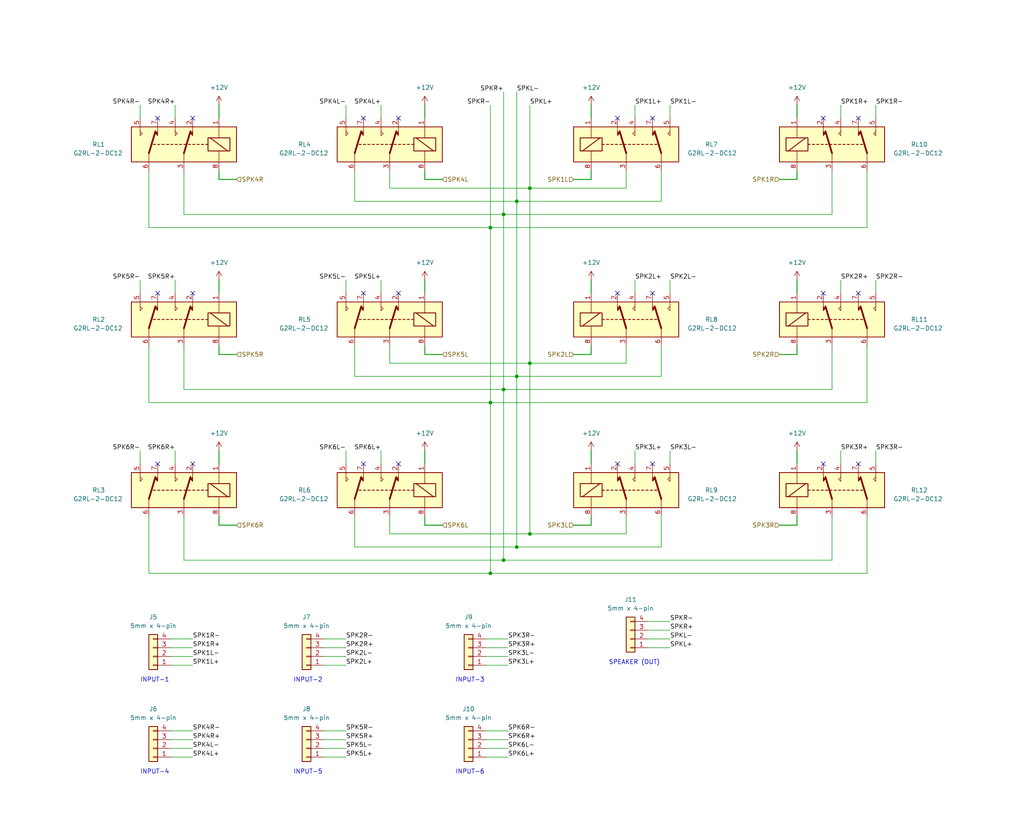
<source format=kicad_sch>
(kicad_sch (version 20211123) (generator eeschema)
  (paper "User" 297.002 240.005)
  (title_block (title "6-Channel Speaker Selector") (date "2022-11-04") (rev "2.0.0") (company "Dilshan R Jayakody") (comment 1 "jayakody2000lk.blogspot.com") (comment 2 "jayakody2000lk@gmail.com") (comment 3 "https://github.com/dilshan/6ch-speaker-selector"))
  (lib_symbols
    (symbol "Connector_Generic:Conn_01x04" (pin_names (offset 1.016) hide)
      (property "Reference" "J" (at 0 5.08 0))
      (property "Value" "Conn_01x04" (at 0 -7.62 0))
      (symbol "Conn_01x04_1_1"
        (rectangle (start -1.27 -4.953) (end 0 -5.207) (stroke (width 0.1524)))
        (rectangle (start -1.27 -2.413) (end 0 -2.667) (stroke (width 0.1524)))
        (rectangle (start -1.27 0.127) (end 0 -0.127) (stroke (width 0.1524)))
        (rectangle (start -1.27 2.667) (end 0 2.413) (stroke (width 0.1524)))
        (rectangle (start -1.27 3.81) (end 1.27 -6.35) (stroke (width 0.254)) (fill (type background)))
        (pin passive line (at -5.08 2.54 0) (length 3.81) (name "Pin_1") (number "1"))
        (pin passive line (at -5.08 0 0) (length 3.81) (name "Pin_2") (number "2"))
        (pin passive line (at -5.08 -2.54 0) (length 3.81) (name "Pin_3") (number "3"))
        (pin passive line (at -5.08 -5.08 0) (length 3.81) (name "Pin_4") (number "4"))
      )
    )
    (symbol "Relay:G2RL-2-DC12"
      (property "Reference" "RL" (at 16.51 3.81 0))
      (property "Value" "G2RL-2-DC12" (at 16.51 1.27 0))
      (symbol "G2RL-2-DC12_0_1"
        (rectangle (start -15.24 5.08) (end 15.24 -5.08) (stroke (width 0.254)) (fill (type background)))
        (rectangle (start -13.335 1.905) (end -6.985 -1.905) (stroke (width 0.254)))
        (polyline (pts (xy -12.7 -1.905) (xy -7.62 1.905)) (stroke (width 0.254)))
        (polyline (pts (xy -10.16 -5.08) (xy -10.16 -1.905)))
        (polyline (pts (xy -10.16 5.08) (xy -10.16 1.905)))
        (polyline (pts (xy -6.985 0) (xy -6.35 0)) (stroke (width 0.254)))
        (polyline (pts (xy -5.715 0) (xy -5.08 0)) (stroke (width 0.254)))
        (polyline (pts (xy -4.445 0) (xy -3.81 0)) (stroke (width 0.254)))
        (polyline (pts (xy -3.175 0) (xy -2.54 0)) (stroke (width 0.254)))
        (polyline (pts (xy -1.905 0) (xy -1.27 0)) (stroke (width 0.254)))
        (polyline (pts (xy -0.635 0) (xy 0 0)) (stroke (width 0.254)))
        (polyline (pts (xy 0 -2.54) (xy -1.905 3.81)) (stroke (width 0.508)))
        (polyline (pts (xy 0 -2.54) (xy 0 -5.08)))
        (polyline (pts (xy 0.635 0) (xy 1.27 0)) (stroke (width 0.254)))
        (polyline (pts (xy 1.905 0) (xy 2.54 0)) (stroke (width 0.254)))
        (polyline (pts (xy 3.175 0) (xy 3.81 0)) (stroke (width 0.254)))
        (polyline (pts (xy 4.445 0) (xy 5.08 0)) (stroke (width 0.254)))
        (polyline (pts (xy 5.715 0) (xy 6.35 0)) (stroke (width 0.254)))
        (polyline (pts (xy 6.985 0) (xy 7.62 0)) (stroke (width 0.254)))
        (polyline (pts (xy 8.255 0) (xy 8.89 0)) (stroke (width 0.254)))
        (polyline (pts (xy 10.16 -2.54) (xy 8.255 3.81)) (stroke (width 0.508)))
        (polyline (pts (xy 10.16 -2.54) (xy 10.16 -5.08)))
        (polyline (pts (xy -2.54 5.08) (xy -2.54 2.54) (xy -1.905 3.175) (xy -2.54 3.81)) (fill (type outline)))
        (polyline (pts (xy 2.54 5.08) (xy 2.54 2.54) (xy 1.905 3.175) (xy 2.54 3.81)))
        (polyline (pts (xy 7.62 5.08) (xy 7.62 2.54) (xy 8.255 3.175) (xy 7.62 3.81)) (fill (type outline)))
        (polyline (pts (xy 12.7 5.08) (xy 12.7 2.54) (xy 12.065 3.175) (xy 12.7 3.81)))
      )
      (symbol "G2RL-2-DC12_1_1"
        (pin passive line (at -10.16 7.62 270) (length 2.54) (name "~") (number "1"))
        (pin passive line (at -2.54 7.62 270) (length 2.54) (name "~") (number "2"))
        (pin passive line (at 0 -7.62 90) (length 2.54) (name "~") (number "3"))
        (pin passive line (at 2.54 7.62 270) (length 2.54) (name "~") (number "4"))
        (pin passive line (at 12.7 7.62 270) (length 2.54) (name "~") (number "5"))
        (pin passive line (at 10.16 -7.62 90) (length 2.54) (name "~") (number "6"))
        (pin passive line (at 7.62 7.62 270) (length 2.54) (name "~") (number "7"))
        (pin passive line (at -10.16 -7.62 90) (length 2.54) (name "~") (number "8"))
      )
    )
    (symbol "power:+12V" (power) (pin_names (offset 0))
      (property "Value" "+12V" (at 0 3.556 0))
      (symbol "+12V_0_1"
        (polyline (pts (xy -0.762 1.27) (xy 0 2.54)))
        (polyline (pts (xy 0 0) (xy 0 2.54)))
        (polyline (pts (xy 0 2.54) (xy 0.762 1.27)))
      )
      (symbol "+12V_1_1"
        (pin power_in line (at 0 0 90) (length 0) hide (name "+12V") (number "1"))
      )
    )
  )
  (junction (at 146.05 162.56))
  (junction (at 153.67 154.94))
  (junction (at 153.67 54.61))
  (junction (at 142.24 116.84))
  (junction (at 146.05 62.23))
  (junction (at 149.86 58.42))
  (junction (at 149.86 158.75))
  (junction (at 142.24 166.37))
  (junction (at 149.86 109.22))
  (junction (at 146.05 113.03))
  (junction (at 153.67 105.41))
  (junction (at 142.24 66.04))
  (no_connect (at 115.57 34.29))
  (no_connect (at 115.57 85.09))
  (no_connect (at 45.72 34.29))
  (no_connect (at 55.88 34.29))
  (no_connect (at 105.41 34.29))
  (no_connect (at 105.41 85.09))
  (no_connect (at 55.88 85.09))
  (no_connect (at 189.23 34.29))
  (no_connect (at 179.07 34.29))
  (no_connect (at 238.76 34.29))
  (no_connect (at 248.92 34.29))
  (no_connect (at 248.92 85.09))
  (no_connect (at 238.76 85.09))
  (no_connect (at 189.23 85.09))
  (no_connect (at 179.07 85.09))
  (no_connect (at 105.41 134.62))
  (no_connect (at 115.57 134.62))
  (no_connect (at 55.88 134.62))
  (no_connect (at 45.72 134.62))
  (no_connect (at 45.72 85.09))
  (no_connect (at 179.07 134.62))
  (no_connect (at 189.23 134.62))
  (no_connect (at 238.76 134.62))
  (no_connect (at 248.92 134.62))
  (wire (pts (xy 181.61 154.94) (xy 181.61 149.86)))
  (wire (pts (xy 113.03 105.41) (xy 113.03 100.33)))
  (wire (pts (xy 140.97 214.63) (xy 147.32 214.63)))
  (wire (pts (xy 231.14 152.4) (xy 231.14 149.86)) (stroke (width 0.25)))
  (wire (pts (xy 110.49 81.28) (xy 110.49 85.09)))
  (wire (pts (xy 226.06 152.4) (xy 231.14 152.4)) (stroke (width 0.25)))
  (wire (pts (xy 166.37 52.07) (xy 171.45 52.07)) (stroke (width 0.25)))
  (wire (pts (xy 102.87 158.75) (xy 149.86 158.75)))
  (wire (pts (xy 43.18 166.37) (xy 43.18 149.86)))
  (wire (pts (xy 50.8 130.81) (xy 50.8 134.62)))
  (wire (pts (xy 63.5 81.28) (xy 63.5 85.09)) (stroke (width 0.25)))
  (wire (pts (xy 113.03 154.94) (xy 153.67 154.94)))
  (wire (pts (xy 149.86 109.22) (xy 191.77 109.22)))
  (wire (pts (xy 187.96 187.96) (xy 194.31 187.96)))
  (wire (pts (xy 254 30.48) (xy 254 34.29)))
  (wire (pts (xy 153.67 105.41) (xy 181.61 105.41)))
  (wire (pts (xy 171.45 152.4) (xy 171.45 149.86)) (stroke (width 0.25)))
  (wire (pts (xy 49.53 190.5) (xy 55.88 190.5)))
  (wire (pts (xy 53.34 62.23) (xy 53.34 49.53)))
  (wire (pts (xy 40.64 30.48) (xy 40.64 34.29)))
  (wire (pts (xy 171.45 102.87) (xy 171.45 100.33)) (stroke (width 0.25)))
  (wire (pts (xy 43.18 66.04) (xy 43.18 49.53)))
  (wire (pts (xy 53.34 62.23) (xy 146.05 62.23)))
  (wire (pts (xy 128.27 152.4) (xy 123.19 152.4)) (stroke (width 0.25)))
  (wire (pts (xy 50.8 81.28) (xy 50.8 85.09)))
  (wire (pts (xy 153.67 30.48) (xy 153.67 54.61)))
  (wire (pts (xy 251.46 66.04) (xy 251.46 49.53)))
  (wire (pts (xy 68.58 102.87) (xy 63.5 102.87)) (stroke (width 0.25)))
  (wire (pts (xy 53.34 162.56) (xy 53.34 149.86)))
  (wire (pts (xy 128.27 102.87) (xy 123.19 102.87)) (stroke (width 0.25)))
  (wire (pts (xy 142.24 166.37) (xy 43.18 166.37)))
  (wire (pts (xy 142.24 66.04) (xy 251.46 66.04)))
  (wire (pts (xy 100.33 30.48) (xy 100.33 34.29)))
  (wire (pts (xy 49.53 219.71) (xy 55.88 219.71)))
  (wire (pts (xy 194.31 130.81) (xy 194.31 134.62)))
  (wire (pts (xy 93.98 219.71) (xy 100.33 219.71)))
  (wire (pts (xy 93.98 193.04) (xy 100.33 193.04)))
  (wire (pts (xy 149.86 109.22) (xy 149.86 158.75)))
  (wire (pts (xy 100.33 81.28) (xy 100.33 85.09)))
  (wire (pts (xy 102.87 58.42) (xy 102.87 49.53)))
  (wire (pts (xy 93.98 212.09) (xy 100.33 212.09)))
  (wire (pts (xy 153.67 54.61) (xy 181.61 54.61)))
  (wire (pts (xy 102.87 149.86) (xy 102.87 158.75)))
  (wire (pts (xy 93.98 217.17) (xy 100.33 217.17)))
  (wire (pts (xy 43.18 100.33) (xy 43.18 116.84)))
  (wire (pts (xy 153.67 54.61) (xy 153.67 105.41)))
  (wire (pts (xy 231.14 130.81) (xy 231.14 134.62)) (stroke (width 0.25)))
  (wire (pts (xy 146.05 26.67) (xy 146.05 62.23)))
  (wire (pts (xy 243.84 81.28) (xy 243.84 85.09)))
  (wire (pts (xy 142.24 30.48) (xy 142.24 66.04)))
  (wire (pts (xy 123.19 30.48) (xy 123.19 34.29)) (stroke (width 0.25)))
  (wire (pts (xy 241.3 162.56) (xy 241.3 149.86)))
  (wire (pts (xy 146.05 113.03) (xy 146.05 162.56)))
  (wire (pts (xy 254 81.28) (xy 254 85.09)))
  (wire (pts (xy 102.87 109.22) (xy 149.86 109.22)))
  (wire (pts (xy 194.31 30.48) (xy 194.31 34.29)))
  (wire (pts (xy 153.67 105.41) (xy 153.67 154.94)))
  (wire (pts (xy 146.05 113.03) (xy 241.3 113.03)))
  (wire (pts (xy 53.34 113.03) (xy 146.05 113.03)))
  (wire (pts (xy 231.14 30.48) (xy 231.14 34.29)) (stroke (width 0.25)))
  (wire (pts (xy 184.15 130.81) (xy 184.15 134.62)))
  (wire (pts (xy 49.53 193.04) (xy 55.88 193.04)))
  (wire (pts (xy 149.86 26.67) (xy 149.86 58.42)))
  (wire (pts (xy 113.03 154.94) (xy 113.03 149.86)))
  (wire (pts (xy 128.27 52.07) (xy 123.19 52.07)) (stroke (width 0.25)))
  (wire (pts (xy 123.19 102.87) (xy 123.19 100.33)) (stroke (width 0.25)))
  (wire (pts (xy 43.18 116.84) (xy 142.24 116.84)))
  (wire (pts (xy 231.14 81.28) (xy 231.14 85.09)) (stroke (width 0.25)))
  (wire (pts (xy 146.05 62.23) (xy 241.3 62.23)))
  (wire (pts (xy 68.58 152.4) (xy 63.5 152.4)) (stroke (width 0.25)))
  (wire (pts (xy 187.96 182.88) (xy 194.31 182.88)))
  (wire (pts (xy 153.67 154.94) (xy 181.61 154.94)))
  (wire (pts (xy 142.24 116.84) (xy 142.24 166.37)))
  (wire (pts (xy 50.8 30.48) (xy 50.8 34.29)))
  (wire (pts (xy 142.24 66.04) (xy 142.24 116.84)))
  (wire (pts (xy 100.33 130.81) (xy 100.33 134.62)))
  (wire (pts (xy 53.34 113.03) (xy 53.34 100.33)))
  (wire (pts (xy 110.49 130.81) (xy 110.49 134.62)))
  (wire (pts (xy 140.97 219.71) (xy 147.32 219.71)))
  (wire (pts (xy 191.77 58.42) (xy 191.77 49.53)))
  (wire (pts (xy 146.05 62.23) (xy 146.05 113.03)))
  (wire (pts (xy 153.67 54.61) (xy 113.03 54.61)))
  (wire (pts (xy 241.3 113.03) (xy 241.3 100.33)))
  (wire (pts (xy 191.77 100.33) (xy 191.77 109.22)))
  (wire (pts (xy 171.45 52.07) (xy 171.45 49.53)) (stroke (width 0.25)))
  (wire (pts (xy 146.05 162.56) (xy 241.3 162.56)))
  (wire (pts (xy 140.97 190.5) (xy 147.32 190.5)))
  (wire (pts (xy 49.53 212.09) (xy 55.88 212.09)))
  (wire (pts (xy 243.84 130.81) (xy 243.84 134.62)))
  (wire (pts (xy 63.5 30.48) (xy 63.5 34.29)) (stroke (width 0.25)))
  (wire (pts (xy 49.53 217.17) (xy 55.88 217.17)))
  (wire (pts (xy 113.03 105.41) (xy 153.67 105.41)))
  (wire (pts (xy 226.06 102.87) (xy 231.14 102.87)) (stroke (width 0.25)))
  (wire (pts (xy 102.87 100.33) (xy 102.87 109.22)))
  (wire (pts (xy 166.37 152.4) (xy 171.45 152.4)) (stroke (width 0.25)))
  (wire (pts (xy 231.14 102.87) (xy 231.14 100.33)) (stroke (width 0.25)))
  (wire (pts (xy 68.58 52.07) (xy 63.5 52.07)) (stroke (width 0.25)))
  (wire (pts (xy 226.06 52.07) (xy 231.14 52.07)) (stroke (width 0.25)))
  (wire (pts (xy 93.98 214.63) (xy 100.33 214.63)))
  (wire (pts (xy 181.61 54.61) (xy 181.61 49.53)))
  (wire (pts (xy 149.86 158.75) (xy 191.77 158.75)))
  (wire (pts (xy 140.97 185.42) (xy 147.32 185.42)))
  (wire (pts (xy 123.19 152.4) (xy 123.19 149.86)) (stroke (width 0.25)))
  (wire (pts (xy 146.05 162.56) (xy 53.34 162.56)))
  (wire (pts (xy 181.61 105.41) (xy 181.61 100.33)))
  (wire (pts (xy 171.45 81.28) (xy 171.45 85.09)) (stroke (width 0.25)))
  (wire (pts (xy 49.53 187.96) (xy 55.88 187.96)))
  (wire (pts (xy 140.97 187.96) (xy 147.32 187.96)))
  (wire (pts (xy 63.5 102.87) (xy 63.5 100.33)) (stroke (width 0.25)))
  (wire (pts (xy 123.19 81.28) (xy 123.19 85.09)) (stroke (width 0.25)))
  (wire (pts (xy 110.49 30.48) (xy 110.49 34.29)))
  (wire (pts (xy 102.87 58.42) (xy 149.86 58.42)))
  (wire (pts (xy 231.14 52.07) (xy 231.14 49.53)) (stroke (width 0.25)))
  (wire (pts (xy 140.97 193.04) (xy 147.32 193.04)))
  (wire (pts (xy 243.84 30.48) (xy 243.84 34.29)))
  (wire (pts (xy 251.46 166.37) (xy 251.46 149.86)))
  (wire (pts (xy 93.98 185.42) (xy 100.33 185.42)))
  (wire (pts (xy 113.03 49.53) (xy 113.03 54.61)))
  (wire (pts (xy 251.46 166.37) (xy 142.24 166.37)))
  (wire (pts (xy 40.64 81.28) (xy 40.64 85.09)))
  (wire (pts (xy 191.77 158.75) (xy 191.77 149.86)))
  (wire (pts (xy 184.15 81.28) (xy 184.15 85.09)))
  (wire (pts (xy 166.37 102.87) (xy 171.45 102.87)) (stroke (width 0.25)))
  (wire (pts (xy 149.86 58.42) (xy 191.77 58.42)))
  (wire (pts (xy 49.53 185.42) (xy 55.88 185.42)))
  (wire (pts (xy 123.19 130.81) (xy 123.19 134.62)) (stroke (width 0.25)))
  (wire (pts (xy 140.97 217.17) (xy 147.32 217.17)))
  (wire (pts (xy 142.24 116.84) (xy 251.46 116.84)))
  (wire (pts (xy 251.46 100.33) (xy 251.46 116.84)))
  (wire (pts (xy 63.5 152.4) (xy 63.5 149.86)) (stroke (width 0.25)))
  (wire (pts (xy 171.45 30.48) (xy 171.45 34.29)) (stroke (width 0.25)))
  (wire (pts (xy 171.45 130.81) (xy 171.45 134.62)) (stroke (width 0.25)))
  (wire (pts (xy 43.18 66.04) (xy 142.24 66.04)))
  (wire (pts (xy 93.98 190.5) (xy 100.33 190.5)))
  (wire (pts (xy 40.64 130.81) (xy 40.64 134.62)))
  (wire (pts (xy 184.15 30.48) (xy 184.15 34.29)))
  (wire (pts (xy 187.96 180.34) (xy 194.31 180.34)))
  (wire (pts (xy 123.19 52.07) (xy 123.19 49.53)) (stroke (width 0.25)))
  (wire (pts (xy 93.98 187.96) (xy 100.33 187.96)))
  (wire (pts (xy 187.96 185.42) (xy 194.31 185.42)))
  (wire (pts (xy 63.5 52.07) (xy 63.5 49.53)) (stroke (width 0.25)))
  (wire (pts (xy 194.31 81.28) (xy 194.31 85.09)))
  (wire (pts (xy 149.86 58.42) (xy 149.86 109.22)))
  (wire (pts (xy 241.3 62.23) (xy 241.3 49.53)))
  (wire (pts (xy 49.53 214.63) (xy 55.88 214.63)))
  (wire (pts (xy 254 130.81) (xy 254 134.62)))
  (wire (pts (xy 63.5 130.81) (xy 63.5 134.62)) (stroke (width 0.25)))
  (wire (pts (xy 140.97 212.09) (xy 147.32 212.09)))
  (text "INPUT-4" (at 40.64 224.79 0) (effects (font (size 1.27 1.27)) (justify left bottom)))
  (text "INPUT-6" (at 132.08 224.79 0) (effects (font (size 1.27 1.27)) (justify left bottom)))
  (text "INPUT-2" (at 85.09 198.12 0) (effects (font (size 1.27 1.27)) (justify left bottom)))
  (text "INPUT-3" (at 132.08 198.12 0) (effects (font (size 1.27 1.27)) (justify left bottom)))
  (text "INPUT-1" (at 40.64 198.12 0) (effects (font (size 1.27 1.27)) (justify left bottom)))
  (text "SPEAKER (OUT)" (at 176.53 193.04 0) (effects (font (size 1.27 1.27)) (justify left bottom)))
  (text "INPUT-5" (at 85.09 224.79 0) (effects (font (size 1.27 1.27)) (justify left bottom)))
  (label "SPK4L+" (at 110.49 30.48 180))
  (label "SPK6L+" (at 147.32 219.71 0))
  (label "SPK2R+" (at 243.84 81.28 0))
  (label "SPK5R-" (at 40.64 81.28 180))
  (label "SPK5R-" (at 100.33 212.09 0))
  (label "SPK2L-" (at 100.33 190.5 0))
  (label "SPK4R-" (at 40.64 30.48 180))
  (label "SPK4L-" (at 100.33 30.48 180))
  (label "SPK1L-" (at 55.88 190.5 0))
  (label "SPK5L-" (at 100.33 81.28 180))
  (label "SPK3R+" (at 147.32 187.96 0))
  (label "SPK1L+" (at 184.15 30.48 0))
  (label "SPK4R+" (at 50.8 30.48 180))
  (label "SPK3L+" (at 147.32 193.04 0))
  (label "SPK5L-" (at 100.33 217.17 0))
  (label "SPK1R-" (at 55.88 185.42 0))
  (label "SPK4R+" (at 55.88 214.63 0))
  (label "SPK6R-" (at 147.32 212.09 0))
  (label "SPK5R+" (at 50.8 81.28 180))
  (label "SPK2R-" (at 254 81.28 0))
  (label "SPK3L+" (at 184.15 130.81 0))
  (label "SPK3R-" (at 147.32 185.42 0))
  (label "SPK1R+" (at 55.88 187.96 0))
  (label "SPK2L+" (at 184.15 81.28 0))
  (label "SPK1L-" (at 194.31 30.48 0))
  (label "SPK4L-" (at 55.88 217.17 0))
  (label "SPK5R+" (at 100.33 214.63 0))
  (label "SPK6L+" (at 110.49 130.81 180))
  (label "SPK6L-" (at 100.33 130.81 180))
  (label "SPK6R+" (at 147.32 214.63 0))
  (label "SPK3R-" (at 254 130.81 0))
  (label "SPK2L-" (at 194.31 81.28 0))
  (label "SPK3L-" (at 147.32 190.5 0))
  (label "SPK3R+" (at 243.84 130.81 0))
  (label "SPK5L+" (at 100.33 219.71 0))
  (label "SPK1L+" (at 55.88 193.04 0))
  (label "SPKL+" (at 153.67 30.48 0))
  (label "SPK6L-" (at 147.32 217.17 0))
  (label "SPKR-" (at 194.31 180.34 0))
  (label "SPK2R-" (at 100.33 185.42 0))
  (label "SPKL-" (at 194.31 185.42 0))
  (label "SPKL+" (at 194.31 187.96 0))
  (label "SPKR-" (at 142.24 30.48 180))
  (label "SPK2L+" (at 100.33 193.04 0))
  (label "SPKR+" (at 146.05 26.67 180))
  (label "SPK4L+" (at 55.88 219.71 0))
  (label "SPK1R-" (at 254 30.48 0))
  (label "SPKR+" (at 194.31 182.88 0))
  (label "SPKL-" (at 149.86 26.67 0))
  (label "SPK4R-" (at 55.88 212.09 0))
  (label "SPK3L-" (at 194.31 130.81 0))
  (label "SPK5L+" (at 110.49 81.28 180))
  (label "SPK6R+" (at 50.8 130.81 180))
  (label "SPK1R+" (at 243.84 30.48 0))
  (label "SPK2R+" (at 100.33 187.96 0))
  (label "SPK6R-" (at 40.64 130.81 180))
  (hierarchical_label "SPK2R" (shape input) (at 226.06 102.87 180))
  (hierarchical_label "SPK3R" (shape input) (at 226.06 152.4 180))
  (hierarchical_label "SPK5L" (shape input) (at 128.27 102.87 0))
  (hierarchical_label "SPK6R" (shape input) (at 68.58 152.4 0))
  (hierarchical_label "SPK1L" (shape input) (at 166.37 52.07 180))
  (hierarchical_label "SPK6L" (shape input) (at 128.27 152.4 0))
  (hierarchical_label "SPK4R" (shape input) (at 68.58 52.07 0))
  (hierarchical_label "SPK2L" (shape input) (at 166.37 102.87 180))
  (hierarchical_label "SPK3L" (shape input) (at 166.37 152.4 180))
  (hierarchical_label "SPK1R" (shape input) (at 226.06 52.07 180))
  (hierarchical_label "SPK5R" (shape input) (at 68.58 102.87 0))
  (hierarchical_label "SPK4L" (shape input) (at 128.27 52.07 0))
  (symbol (lib_id "power:+12V") (at 63.5 81.28 0) (mirror y) (unit 1)
    (property "Reference" "#PWR032" (effects hide))
    (property "Value" "+12V" (at 63.5 76.2 0))
  )
  (symbol (lib_id "power:+12V") (at 123.19 81.28 0) (mirror y) (unit 1)
    (property "Reference" "#PWR035" (effects hide))
    (property "Value" "+12V" (at 123.19 76.2 0))
  )
  (symbol (lib_id "Connector_Generic:Conn_01x04") (at 135.89 190.5 180) (unit 1)
    (property "Reference" "J9" (at 135.89 179.07 0))
    (property "Value" "5mm x 4-pin" (at 135.89 181.61 0))
    (property "Footprint" "Connector_Phoenix_MC_HighVoltage:PhoenixContact_MC_1,5_4-G-5.08_1x04_P5.08mm_Horizontal" (effects hide))
  )
  (symbol (lib_id "Relay:G2RL-2-DC12") (at 241.3 41.91 0) (unit 1)
    (property "Reference" "RL10" (at 264.16 41.91 0) (effects (justify left)))
    (property "Value" "G2RL-2-DC12" (at 259.08 44.45 0) (effects (justify left)))
    (property "Footprint" "Relay_THT:Relay_DPDT_Omron_G2RL" (effects hide))
    (property "Datasheet" "https://omronfs.omron.com/en_US/ecb/products/pdf/en-g2rl.pdf" (effects hide))
  )
  (symbol (lib_id "Relay:G2RL-2-DC12") (at 181.61 41.91 0) (unit 1)
    (property "Reference" "RL7" (at 204.47 41.91 0) (effects (justify left)))
    (property "Value" "G2RL-2-DC12" (at 199.39 44.45 0) (effects (justify left)))
    (property "Footprint" "Relay_THT:Relay_DPDT_Omron_G2RL" (effects hide))
    (property "Datasheet" "https://omronfs.omron.com/en_US/ecb/products/pdf/en-g2rl.pdf" (effects hide))
  )
  (symbol (lib_id "power:+12V") (at 171.45 81.28 0) (unit 1)
    (property "Reference" "#PWR038" (effects hide))
    (property "Value" "+12V" (at 171.45 76.2 0))
  )
  (symbol (lib_id "Relay:G2RL-2-DC12") (at 241.3 92.71 0) (unit 1)
    (property "Reference" "RL11" (at 264.16 92.71 0) (effects (justify left)))
    (property "Value" "G2RL-2-DC12" (at 259.08 95.25 0) (effects (justify left)))
    (property "Footprint" "Relay_THT:Relay_DPDT_Omron_G2RL" (effects hide))
    (property "Datasheet" "https://omronfs.omron.com/en_US/ecb/products/pdf/en-g2rl.pdf" (effects hide))
  )
  (symbol (lib_id "Relay:G2RL-2-DC12") (at 113.03 41.91 0) (mirror y) (unit 1)
    (property "Reference" "RL4" (at 90.17 41.91 0) (effects (justify left)))
    (property "Value" "G2RL-2-DC12" (at 95.25 44.45 0) (effects (justify left)))
    (property "Footprint" "Relay_THT:Relay_DPDT_Omron_G2RL" (effects hide))
    (property "Datasheet" "https://omronfs.omron.com/en_US/ecb/products/pdf/en-g2rl.pdf" (effects hide))
  )
  (symbol (lib_id "Connector_Generic:Conn_01x04") (at 44.45 217.17 180) (unit 1)
    (property "Reference" "J6" (at 44.45 205.74 0))
    (property "Value" "5mm x 4-pin" (at 44.45 208.28 0))
    (property "Footprint" "Connector_Phoenix_MC_HighVoltage:PhoenixContact_MC_1,5_4-G-5.08_1x04_P5.08mm_Horizontal" (effects hide))
  )
  (symbol (lib_id "Connector_Generic:Conn_01x04") (at 88.9 190.5 180) (unit 1)
    (property "Reference" "J7" (at 88.9 179.07 0))
    (property "Value" "5mm x 4-pin" (at 88.9 181.61 0))
    (property "Footprint" "Connector_Phoenix_MC_HighVoltage:PhoenixContact_MC_1,5_4-G-5.08_1x04_P5.08mm_Horizontal" (effects hide))
  )
  (symbol (lib_id "power:+12V") (at 231.14 81.28 0) (unit 1)
    (property "Reference" "#PWR041" (effects hide))
    (property "Value" "+12V" (at 231.14 76.2 0))
  )
  (symbol (lib_id "Relay:G2RL-2-DC12") (at 113.03 92.71 0) (mirror y) (unit 1)
    (property "Reference" "RL5" (at 90.17 92.71 0) (effects (justify left)))
    (property "Value" "G2RL-2-DC12" (at 95.25 95.25 0) (effects (justify left)))
    (property "Footprint" "Relay_THT:Relay_DPDT_Omron_G2RL" (effects hide))
    (property "Datasheet" "https://omronfs.omron.com/en_US/ecb/products/pdf/en-g2rl.pdf" (effects hide))
  )
  (symbol (lib_id "power:+12V") (at 171.45 130.81 0) (unit 1)
    (property "Reference" "#PWR039" (effects hide))
    (property "Value" "+12V" (at 171.45 125.73 0))
  )
  (symbol (lib_id "Connector_Generic:Conn_01x04") (at 44.45 190.5 180) (unit 1)
    (property "Reference" "J5" (at 44.45 179.07 0))
    (property "Value" "5mm x 4-pin" (at 44.45 181.61 0))
    (property "Footprint" "Connector_Phoenix_MC_HighVoltage:PhoenixContact_MC_1,5_4-G-5.08_1x04_P5.08mm_Horizontal" (effects hide))
  )
  (symbol (lib_id "power:+12V") (at 63.5 30.48 0) (mirror y) (unit 1)
    (property "Reference" "#PWR031" (effects hide))
    (property "Value" "+12V" (at 63.5 25.4 0))
  )
  (symbol (lib_id "power:+12V") (at 171.45 30.48 0) (unit 1)
    (property "Reference" "#PWR037" (effects hide))
    (property "Value" "+12V" (at 171.45 25.4 0))
  )
  (symbol (lib_id "Relay:G2RL-2-DC12") (at 181.61 92.71 0) (unit 1)
    (property "Reference" "RL8" (at 204.47 92.71 0) (effects (justify left)))
    (property "Value" "G2RL-2-DC12" (at 199.39 95.25 0) (effects (justify left)))
    (property "Footprint" "Relay_THT:Relay_DPDT_Omron_G2RL" (effects hide))
    (property "Datasheet" "https://omronfs.omron.com/en_US/ecb/products/pdf/en-g2rl.pdf" (effects hide))
  )
  (symbol (lib_id "power:+12V") (at 231.14 130.81 0) (unit 1)
    (property "Reference" "#PWR042" (effects hide))
    (property "Value" "+12V" (at 231.14 125.73 0))
  )
  (symbol (lib_id "Connector_Generic:Conn_01x04") (at 88.9 217.17 180) (unit 1)
    (property "Reference" "J8" (at 88.9 205.74 0))
    (property "Value" "5mm x 4-pin" (at 88.9 208.28 0))
    (property "Footprint" "Connector_Phoenix_MC_HighVoltage:PhoenixContact_MC_1,5_4-G-5.08_1x04_P5.08mm_Horizontal" (effects hide))
  )
  (symbol (lib_id "power:+12V") (at 123.19 130.81 0) (mirror y) (unit 1)
    (property "Reference" "#PWR036" (effects hide))
    (property "Value" "+12V" (at 123.19 125.73 0))
  )
  (symbol (lib_id "Relay:G2RL-2-DC12") (at 113.03 142.24 0) (mirror y) (unit 1)
    (property "Reference" "RL6" (at 90.17 142.24 0) (effects (justify left)))
    (property "Value" "G2RL-2-DC12" (at 95.25 144.78 0) (effects (justify left)))
    (property "Footprint" "Relay_THT:Relay_DPDT_Omron_G2RL" (effects hide))
    (property "Datasheet" "https://omronfs.omron.com/en_US/ecb/products/pdf/en-g2rl.pdf" (effects hide))
  )
  (symbol (lib_id "Relay:G2RL-2-DC12") (at 53.34 92.71 0) (mirror y) (unit 1)
    (property "Reference" "RL2" (at 30.48 92.71 0) (effects (justify left)))
    (property "Value" "G2RL-2-DC12" (at 35.56 95.25 0) (effects (justify left)))
    (property "Footprint" "Relay_THT:Relay_DPDT_Omron_G2RL" (effects hide))
    (property "Datasheet" "https://omronfs.omron.com/en_US/ecb/products/pdf/en-g2rl.pdf" (effects hide))
  )
  (symbol (lib_id "Connector_Generic:Conn_01x04") (at 182.88 185.42 180) (unit 1)
    (property "Reference" "J11" (at 182.88 173.99 0))
    (property "Value" "5mm x 4-pin" (at 182.88 176.53 0))
    (property "Footprint" "Connector_Phoenix_MC_HighVoltage:PhoenixContact_MC_1,5_4-G-5.08_1x04_P5.08mm_Horizontal" (effects hide))
  )
  (symbol (lib_id "Relay:G2RL-2-DC12") (at 181.61 142.24 0) (unit 1)
    (property "Reference" "RL9" (at 204.47 142.24 0) (effects (justify left)))
    (property "Value" "G2RL-2-DC12" (at 199.39 144.78 0) (effects (justify left)))
    (property "Footprint" "Relay_THT:Relay_DPDT_Omron_G2RL" (effects hide))
    (property "Datasheet" "https://omronfs.omron.com/en_US/ecb/products/pdf/en-g2rl.pdf" (effects hide))
  )
  (symbol (lib_id "Relay:G2RL-2-DC12") (at 53.34 142.24 0) (mirror y) (unit 1)
    (property "Reference" "RL3" (at 30.48 142.24 0) (effects (justify left)))
    (property "Value" "G2RL-2-DC12" (at 35.56 144.78 0) (effects (justify left)))
    (property "Footprint" "Relay_THT:Relay_DPDT_Omron_G2RL" (effects hide))
    (property "Datasheet" "https://omronfs.omron.com/en_US/ecb/products/pdf/en-g2rl.pdf" (effects hide))
  )
  (symbol (lib_id "Connector_Generic:Conn_01x04") (at 135.89 217.17 180) (unit 1)
    (property "Reference" "J10" (at 135.89 205.74 0))
    (property "Value" "5mm x 4-pin" (at 135.89 208.28 0))
    (property "Footprint" "Connector_Phoenix_MC_HighVoltage:PhoenixContact_MC_1,5_4-G-5.08_1x04_P5.08mm_Horizontal" (effects hide))
  )
  (symbol (lib_id "power:+12V") (at 231.14 30.48 0) (unit 1)
    (property "Reference" "#PWR040" (effects hide))
    (property "Value" "+12V" (at 231.14 25.4 0))
  )
  (symbol (lib_id "Relay:G2RL-2-DC12") (at 53.34 41.91 0) (mirror y) (unit 1)
    (property "Reference" "RL1" (at 30.48 41.91 0) (effects (justify left)))
    (property "Value" "G2RL-2-DC12" (at 35.56 44.45 0) (effects (justify left)))
    (property "Footprint" "Relay_THT:Relay_DPDT_Omron_G2RL" (effects hide))
    (property "Datasheet" "https://omronfs.omron.com/en_US/ecb/products/pdf/en-g2rl.pdf" (effects hide))
  )
  (symbol (lib_id "Relay:G2RL-2-DC12") (at 241.3 142.24 0) (unit 1)
    (property "Reference" "RL12" (at 264.16 142.24 0) (effects (justify left)))
    (property "Value" "G2RL-2-DC12" (at 259.08 144.78 0) (effects (justify left)))
    (property "Footprint" "Relay_THT:Relay_DPDT_Omron_G2RL" (effects hide))
    (property "Datasheet" "https://omronfs.omron.com/en_US/ecb/products/pdf/en-g2rl.pdf" (effects hide))
  )
  (symbol (lib_id "power:+12V") (at 123.19 30.48 0) (mirror y) (unit 1)
    (property "Reference" "#PWR034" (effects hide))
    (property "Value" "+12V" (at 123.19 25.4 0))
  )
  (symbol (lib_id "power:+12V") (at 63.5 130.81 0) (mirror y) (unit 1)
    (property "Reference" "#PWR033" (effects hide))
    (property "Value" "+12V" (at 63.5 125.73 0))
  )
)
</source>
